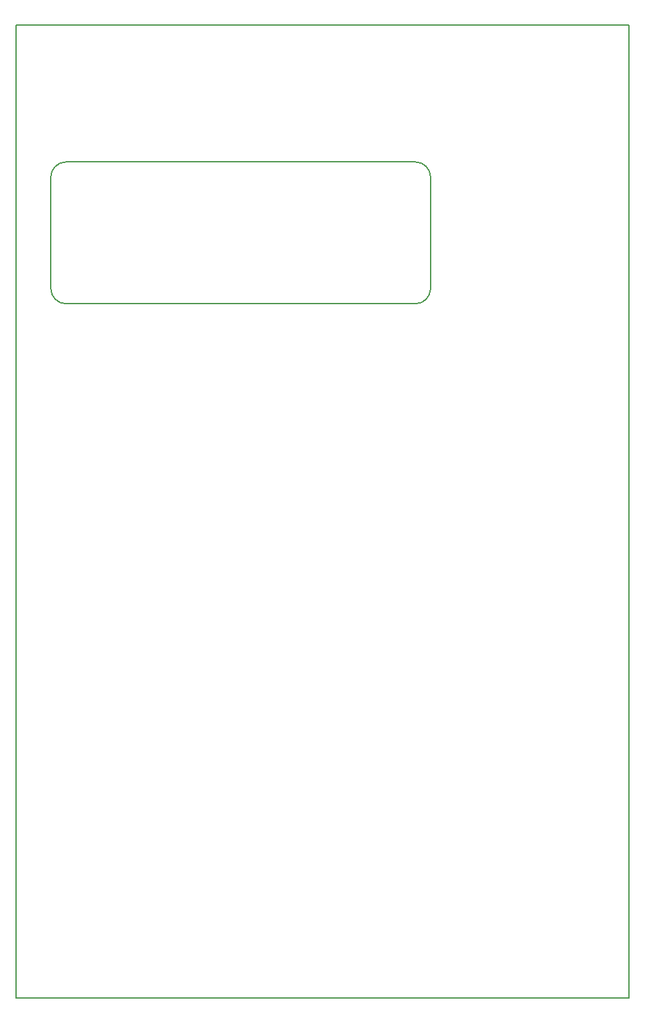
<source format=gbr>
G04 #@! TF.FileFunction,Profile,NP*
%FSLAX46Y46*%
G04 Gerber Fmt 4.6, Leading zero omitted, Abs format (unit mm)*
G04 Created by KiCad (PCBNEW 4.0.1-stable) date Donnerstag, 28. April 2016 'u16' 11:16:15*
%MOMM*%
G01*
G04 APERTURE LIST*
%ADD10C,0.150000*%
G04 APERTURE END LIST*
D10*
X132300000Y-50200000D02*
X133600000Y-50200000D01*
X135600000Y-52200000D02*
G75*
G03X133600000Y-50200000I-2000000J0D01*
G01*
X135600000Y-66900000D02*
X135600000Y-52200000D01*
X131600000Y-50200000D02*
X132300000Y-50200000D01*
X103200000Y-50200000D02*
X131600000Y-50200000D01*
X87500000Y-50200000D02*
X103200000Y-50200000D01*
X87500000Y-50200000D02*
G75*
G03X85500000Y-52200000I0J-2000000D01*
G01*
X85500000Y-66900000D02*
X85500000Y-52200000D01*
X85500000Y-66900000D02*
G75*
G03X87500000Y-68900000I2000000J0D01*
G01*
X133600000Y-68900000D02*
X87500000Y-68900000D01*
X133600000Y-68900000D02*
G75*
G03X135600000Y-66900000I0J2000000D01*
G01*
X80900000Y-32100000D02*
X80900000Y-160500000D01*
X161800000Y-32100000D02*
X80900000Y-32100000D01*
X161800000Y-160500000D02*
X161800000Y-32100000D01*
X80900000Y-160500000D02*
X161800000Y-160500000D01*
M02*

</source>
